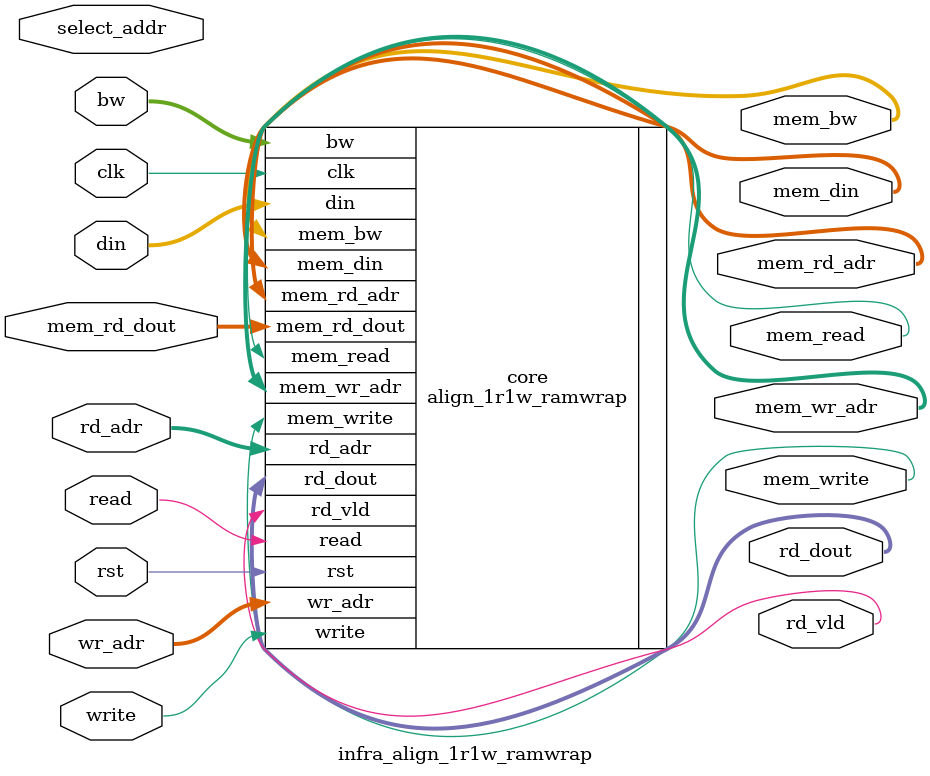
<source format=v>
module infra_align_1r1w_ramwrap (write, wr_adr, bw,  din, read, rd_adr, rd_vld, rd_dout, 
	                             mem_write, mem_wr_adr, mem_bw, mem_din, mem_read, mem_rd_adr, mem_rd_dout, 
		                         clk, rst,
		                         select_addr);

  parameter WIDTH = 32;
  parameter ENAPSDO = 0;
  parameter NUMADDR = 1024;
  parameter BITADDR = 10;
  parameter NUMSROW = 256;
  parameter BITSROW = 8;
  parameter NUMWRDS = 4;
  parameter BITWRDS = 2;
  parameter SRAM_DELAY = 2;
  parameter FLOPGEN = 0;
  parameter FLOPCMD = 0;
  parameter FLOPMEM = 0;
  parameter FLOPOUT = 0;


  input write;
  input [BITADDR-1:0] wr_adr;
  input [WIDTH-1:0] bw;
  input [WIDTH-1:0] din;

  input               read;
  input [BITADDR-1:0] rd_adr;
  output              rd_vld;
  output [WIDTH-1:0]  rd_dout;

  output mem_write;
  output [BITSROW-1:0] mem_wr_adr;
  output [NUMWRDS*WIDTH-1:0] mem_bw;
  output [NUMWRDS*WIDTH-1:0] mem_din;

  output mem_read;
  output [BITSROW-1:0] mem_rd_adr;
  input [NUMWRDS*WIDTH-1:0] mem_rd_dout;

  input clk;
  input rst;

  input [BITADDR-1:0] select_addr;

  align_1r1w_ramwrap #(.WIDTH (WIDTH), .ENAPSDO (ENAPSDO), .NUMADDR (NUMADDR), .BITADDR (BITADDR),
                   .NUMWRDS (NUMWRDS), .BITWRDS (BITWRDS), .NUMSROW (NUMSROW), .BITSROW (BITSROW),
                   .SRAM_DELAY (SRAM_DELAY), .FLOPGEN (FLOPGEN), .FLOPCMD (FLOPCMD), .FLOPMEM (FLOPMEM), .FLOPOUT (FLOPOUT)
                 )
    core (.write(write), .wr_adr(wr_adr) , .bw(bw) , .din(din) , .read(read) , .rd_adr(rd_adr) , .rd_vld(rd_vld) , .rd_dout(rd_dout),
          .mem_write(mem_write), .mem_wr_adr(mem_wr_adr), .mem_bw(mem_bw), .mem_din(mem_din), .mem_read(mem_read), .mem_rd_adr(mem_rd_adr), .mem_rd_dout(mem_rd_dout),
          .clk(clk), .rst(rst)
        );

`ifdef FORMAL
//synopsys translate_off

assume_select_addr_range: assume property (@(posedge clk) disable iff (rst) (select_addr < NUMADDR));
assume_select_addr_stable: assume property (@(posedge clk) disable iff (rst) $stable(select_addr));

ip_top_sva_align_1r1w_ramwrap #(
     .WIDTH       (WIDTH),
     .ENAPSDO     (ENAPSDO),
     .NUMADDR     (NUMADDR),
     .BITADDR     (BITADDR),
     .NUMWRDS     (NUMWRDS),
     .BITWRDS     (BITWRDS),
     .NUMSROW     (NUMSROW),
     .BITSROW     (BITSROW),
     .SRAM_DELAY  (SRAM_DELAY),
     .FLOPGEN     (FLOPGEN),
     .FLOPCMD     (FLOPCMD),
     .FLOPMEM     (FLOPMEM),
     .FLOPOUT     (FLOPOUT))
ip_top_sva (.*);

ip_top_sva_2_align_1r1w_ramwrap #(
     .ENAPSDO     (ENAPSDO),
     .NUMADDR     (NUMADDR),
     .BITADDR     (BITADDR),
     .NUMSROW     (NUMSROW),
     .BITSROW     (BITSROW))
ip_top_sva_2 (.*);
//synopsys translate_on

`elsif SIM_SVA

genvar sva_int;
// generate for (sva_int=0; sva_int<WIDTH; sva_int=sva_int+1) begin
generate for (sva_int=0; sva_int<1; sva_int=sva_int+1) begin: sva_loop
  wire [BITADDR-1:0] help_addr = sva_int;
ip_top_sva_align_1r1w_ramwrap #(
     .WIDTH       (WIDTH),
     .ENAPSDO     (ENAPSDO),
     .NUMADDR     (NUMADDR),
     .BITADDR     (BITADDR),
     .NUMWRDS     (NUMWRDS),
     .BITWRDS     (BITWRDS),
     .NUMSROW     (NUMSROW),
     .BITSROW     (BITSROW),
     .SRAM_DELAY  (SRAM_DELAY),
     .FLOPGEN     (FLOPGEN),
     .FLOPCMD     (FLOPCMD),
     .FLOPMEM     (FLOPMEM),
     .FLOPOUT     (FLOPOUT))
ip_top_sva (.select_addr(help_addr), .*);
end
endgenerate

ip_top_sva_2_align_1r1w_ramwrap #(
     .ENAPSDO     (ENAPSDO),
     .NUMADDR     (NUMADDR),
     .BITADDR     (BITADDR),
     .NUMSROW     (NUMSROW),
     .BITSROW     (BITSROW))
ip_top_sva_2 (.*);

`endif

endmodule // infra_align_1r1w_ramwrap


</source>
